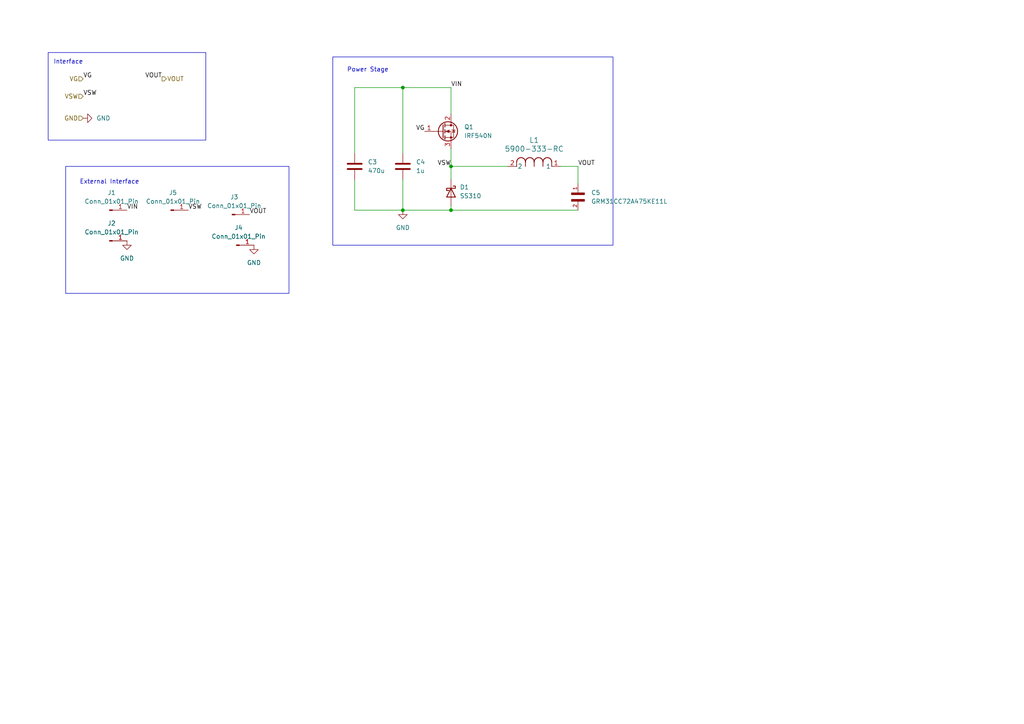
<source format=kicad_sch>
(kicad_sch (version 20231120) (generator "eeschema") (generator_version "8.0")
  (paper "A4")
  (title_block (title "Buck Converter") (date "2025-02-01") (rev "v0"))
  (lib_symbols
    (symbol "5900-333-RC:5900-333-RC" (pin_names (offset 0.254))
      (property "Reference" "L" (at 6.985 5.08 0))
      (property "Value" "5900-333-RC" (at 6.985 -2.54 0))
      (symbol "5900-333-RC_1_1"
        (polyline (pts (xy 2.54 0) (xy 2.54 1.27)) (stroke (width 0.2032)))
        (polyline (pts (xy 5.08 0) (xy 5.08 1.27)) (stroke (width 0.2032)))
        (polyline (pts (xy 7.62 0) (xy 7.62 1.27)) (stroke (width 0.2032)))
        (polyline (pts (xy 10.16 0) (xy 10.16 1.27)) (stroke (width 0.2032)))
        (polyline (pts (xy 12.7 0) (xy 12.7 1.27)) (stroke (width 0.2032)))
        (arc (start 5.08 1.27) (mid 3.81 2.5344) (end 2.54 1.27) (stroke (width 0.254)))
        (arc (start 7.62 1.27) (mid 6.35 2.5344) (end 5.08 1.27) (stroke (width 0.254)))
        (arc (start 10.16 1.27) (mid 8.89 2.5344) (end 7.62 1.27) (stroke (width 0.254)))
        (arc (start 12.7 1.27) (mid 11.43 2.5344) (end 10.16 1.27) (stroke (width 0.254)))
        (pin unspecified line (at 15.24 0 180) (length 2.54) (name "1") (number "1"))
        (pin unspecified line (at 0 0 0) (length 2.54) (name "2") (number "2"))
      )
      (symbol "5900-333-RC_1_2"
        (arc (start -1.27 5.08) (mid -2.5344 3.81) (end -1.27 2.54) (stroke (width 0.254)))
        (arc (start -1.27 7.62) (mid -2.5344 6.35) (end -1.27 5.08) (stroke (width 0.254)))
        (arc (start -1.27 10.16) (mid -2.5344 8.89) (end -1.27 7.62) (stroke (width 0.254)))
        (arc (start -1.27 12.7) (mid -2.5344 11.43) (end -1.27 10.16) (stroke (width 0.254)))
        (polyline (pts (xy 0 2.54) (xy -1.27 2.54)) (stroke (width 0.2032)))
        (polyline (pts (xy 0 5.08) (xy -1.27 5.08)) (stroke (width 0.2032)))
        (polyline (pts (xy 0 7.62) (xy -1.27 7.62)) (stroke (width 0.2032)))
        (polyline (pts (xy 0 10.16) (xy -1.27 10.16)) (stroke (width 0.2032)))
        (polyline (pts (xy 0 12.7) (xy -1.27 12.7)) (stroke (width 0.2032)))
        (pin unspecified line (at 0 15.24 270) (length 2.54) (name "1") (number "1"))
        (pin unspecified line (at 0 0 90) (length 2.54) (name "2") (number "2"))
      )
    )
    (symbol "Connector:Conn_01x01_Pin" (pin_names (offset 1.016) hide)
      (property "Reference" "J" (at 0 2.54 0))
      (property "Value" "Conn_01x01_Pin" (at 0 -2.54 0))
      (symbol "Conn_01x01_Pin_1_1"
        (polyline (pts (xy 1.27 0) (xy 0.8636 0)) (stroke (width 0.1524)))
        (rectangle (start 0.8636 0.127) (end 0 -0.127) (stroke (width 0.1524)) (fill (type outline)))
        (pin passive line (at 5.08 0 180) (length 3.81) (name "Pin_1") (number "1"))
      )
    )
    (symbol "Device:C" (pin_numbers hide) (pin_names (offset 0.254))
      (property "Reference" "C" (at 0.635 2.54 0))
      (property "Value" "C" (at 0.635 -2.54 0))
      (symbol "C_0_1"
        (polyline (pts (xy -2.032 -0.762) (xy 2.032 -0.762)) (stroke (width 0.508)))
        (polyline (pts (xy -2.032 0.762) (xy 2.032 0.762)) (stroke (width 0.508)))
      )
      (symbol "C_1_1"
        (pin passive line (at 0 3.81 270) (length 2.794) (name "~") (number "1"))
        (pin passive line (at 0 -3.81 90) (length 2.794) (name "~") (number "2"))
      )
    )
    (symbol "Diode:SS310" (pin_numbers hide) (pin_names (offset 1.016) hide)
      (property "Reference" "D" (at 0 2.54 0))
      (property "Value" "SS310" (at 0 -2.54 0))
      (symbol "SS310_0_1"
        (polyline (pts (xy 1.27 0) (xy -1.27 0)))
        (polyline (pts (xy 1.27 1.27) (xy 1.27 -1.27) (xy -1.27 0) (xy 1.27 1.27)) (stroke (width 0.254)))
        (polyline (pts (xy -1.905 0.635) (xy -1.905 1.27) (xy -1.27 1.27) (xy -1.27 -1.27) (xy -0.635 -1.27) (xy -0.635 -0.635)) (stroke (width 0.254)))
      )
      (symbol "SS310_1_1"
        (pin passive line (at -3.81 0 0) (length 2.54) (name "K") (number "1"))
        (pin passive line (at 3.81 0 180) (length 2.54) (name "A") (number "2"))
      )
    )
    (symbol "GRM31CC72A475KE11L:GRM31CC72A475KE11L" (pin_names (offset 1.016))
      (property "Reference" "C" (at 0 3.8109 0))
      (property "Value" "GRM31CC72A475KE11L" (at 0 -5.0885 0))
      (symbol "GRM31CC72A475KE11L_0_0"
        (rectangle (start 0 -1.9069) (end 0.635 1.905) (stroke (width 0.1)) (fill (type outline)))
        (rectangle (start 1.9069 -1.9069) (end 2.54 1.905) (stroke (width 0.1)) (fill (type outline)))
        (pin passive line (at -2.54 0 0) (length 2.54) (name "~") (number "1"))
        (pin passive line (at 5.08 0 180) (length 2.54) (name "~") (number "2"))
      )
    )
    (symbol "Transistor_FET:IRF540N" (pin_names hide)
      (property "Reference" "Q" (at 5.08 1.905 0))
      (property "Value" "IRF540N" (at 5.08 0 0))
      (symbol "IRF540N_0_1"
        (polyline (pts (xy 0.254 0) (xy -2.54 0)))
        (polyline (pts (xy 0.254 1.905) (xy 0.254 -1.905)) (stroke (width 0.254)))
        (polyline (pts (xy 0.762 -1.27) (xy 0.762 -2.286)) (stroke (width 0.254)))
        (polyline (pts (xy 0.762 0.508) (xy 0.762 -0.508)) (stroke (width 0.254)))
        (polyline (pts (xy 0.762 2.286) (xy 0.762 1.27)) (stroke (width 0.254)))
        (polyline (pts (xy 2.54 2.54) (xy 2.54 1.778)))
        (polyline (pts (xy 2.54 -2.54) (xy 2.54 0) (xy 0.762 0)))
        (polyline (pts (xy 0.762 -1.778) (xy 3.302 -1.778) (xy 3.302 1.778) (xy 0.762 1.778)))
        (polyline (pts (xy 1.016 0) (xy 2.032 0.381) (xy 2.032 -0.381) (xy 1.016 0)) (fill (type outline)))
        (polyline (pts (xy 2.794 0.508) (xy 2.921 0.381) (xy 3.683 0.381) (xy 3.81 0.254)))
        (polyline (pts (xy 3.302 0.381) (xy 2.921 -0.254) (xy 3.683 -0.254) (xy 3.302 0.381)))
        (circle (center 1.651 0) (radius 2.794) (stroke (width 0.254)))
        (circle (center 2.54 -1.778) (radius 0.254) (fill (type outline)))
        (circle (center 2.54 1.778) (radius 0.254) (fill (type outline)))
      )
      (symbol "IRF540N_1_1"
        (pin input line (at -5.08 0 0) (length 2.54) (name "G") (number "1"))
        (pin passive line (at 2.54 5.08 270) (length 2.54) (name "D") (number "2"))
        (pin passive line (at 2.54 -5.08 90) (length 2.54) (name "S") (number "3"))
      )
    )
    (symbol "power:GND" (power) (pin_numbers hide) (pin_names (offset 0) hide)
      (property "Value" "GND" (at 0 -3.81 0))
      (symbol "GND_0_1"
        (polyline (pts (xy 0 0) (xy 0 -1.27) (xy 1.27 -1.27) (xy 0 -2.54) (xy -1.27 -1.27) (xy 0 -1.27)))
      )
      (symbol "GND_1_1"
        (pin power_in line (at 0 0 270) (length 0) (name "~") (number "1"))
      )
    )
  )
  (junction (at 116.84 25.4))
  (junction (at 116.84 60.96))
  (junction (at 130.81 48.26))
  (junction (at 130.81 60.96))
  (wire (pts (xy 130.81 59.69) (xy 130.81 60.96)))
  (wire (pts (xy 130.81 60.96) (xy 167.64 60.96)))
  (wire (pts (xy 130.81 25.4) (xy 116.84 25.4)))
  (wire (pts (xy 116.84 25.4) (xy 102.87 25.4)))
  (wire (pts (xy 116.84 25.4) (xy 116.84 44.45)))
  (wire (pts (xy 162.56 48.26) (xy 167.64 48.26)))
  (wire (pts (xy 130.81 48.26) (xy 147.32 48.26)))
  (wire (pts (xy 130.81 25.4) (xy 130.81 33.02)))
  (wire (pts (xy 116.84 52.07) (xy 116.84 60.96)))
  (wire (pts (xy 130.81 43.18) (xy 130.81 48.26)))
  (wire (pts (xy 167.64 48.26) (xy 167.64 53.34)))
  (wire (pts (xy 102.87 60.96) (xy 116.84 60.96)))
  (wire (pts (xy 130.81 48.26) (xy 130.81 52.07)))
  (wire (pts (xy 102.87 25.4) (xy 102.87 44.45)))
  (wire (pts (xy 116.84 60.96) (xy 130.81 60.96)))
  (wire (pts (xy 102.87 52.07) (xy 102.87 60.96)))
  (rectangle (start 96.52 16.51) (end 177.8 71.12))
  (rectangle (start 13.97 15.24) (end 59.69 40.64))
  (rectangle (start 19.05 48.26) (end 83.82 85.09))
  (text "External Interface" (at 31.75 52.832 0) (effects (font (size 1.27 1.27))))
  (text "Power Stage" (at 106.68 20.32 0) (effects (font (size 1.27 1.27))))
  (text "Interface" (at 19.812 18.034 0) (effects (font (size 1.27 1.27))))
  (label "VIN" (at 130.81 25.4 0))
  (label "VG" (at 24.13 22.86 0))
  (label "VOUT" (at 72.39 62.23 0))
  (label "VSW" (at 24.13 27.94 0))
  (label "VOUT" (at 46.99 22.86 180))
  (label "VSW" (at 130.81 48.26 180))
  (label "VG" (at 123.19 38.1 180))
  (label "VIN" (at 36.83 60.96 0))
  (label "VOUT" (at 167.64 48.26 0))
  (label "VSW" (at 54.61 60.96 0))
  (hierarchical_label "VSW" (shape input) (at 24.13 27.94 180))
  (hierarchical_label "GND" (shape input) (at 24.13 34.29 180))
  (hierarchical_label "VG" (shape input) (at 24.13 22.86 180))
  (hierarchical_label "VOUT" (shape output) (at 46.99 22.86 0))
  (symbol (lib_id "power:GND") (at 36.83 69.85 0) (unit 1)
    (property "Reference" "#PWR038" (effects (hide yes)))
    (property "Value" "GND" (at 36.83 74.93 0))
    (property "Description" "Power symbol creates a global label with name \"GND\" , ground" (effects (hide yes)))
  )
  (symbol (lib_id "Diode:SS310") (at 130.81 55.88 270) (unit 1)
    (property "Reference" "D1" (at 133.35 54.2924 90) (effects (justify left)))
    (property "Value" "SS310" (at 133.35 56.8324 90) (effects (justify left)))
    (property "Footprint" "Diode_SMD:D_SMA" (effects (hide yes)))
    (property "Datasheet" "https://www.microdiode.com/uploadfiles//PDF/SS32-THRU-SS3200-SMA.pdf" (effects (hide yes)))
    (property "Description" "100V 3A Schottky Diode, SMA" (effects (hide yes)))
    (property "Part Number" "SS310" (effects (hide yes)))
  )
  (symbol (lib_id "Connector:Conn_01x01_Pin") (at 67.31 62.23 0) (unit 1)
    (property "Reference" "J3" (at 67.945 57.15 0))
    (property "Value" "Conn_01x01_Pin" (at 67.945 59.69 0))
    (property "Footprint" "Connector:Banana_Jack_1Pin" (effects (hide yes)))
    (property "Description" "Generic connector, single row, 01x01, script generated" (effects (hide yes)))
    (property "Part Number" "BU-P72930" (effects (hide yes)))
  )
  (symbol (lib_id "Connector:Conn_01x01_Pin") (at 31.75 60.96 0) (unit 1)
    (property "Reference" "J1" (at 32.385 55.88 0))
    (property "Value" "Conn_01x01_Pin" (at 32.385 58.42 0))
    (property "Footprint" "Connector:Banana_Jack_1Pin" (effects (hide yes)))
    (property "Description" "Generic connector, single row, 01x01, script generated" (effects (hide yes)))
    (property "Part Number" "BU-P72930" (effects (hide yes)))
  )
  (symbol (lib_id "power:GND") (at 24.13 34.29 90) (unit 1)
    (property "Reference" "#PWR037" (effects (hide yes)))
    (property "Value" "GND" (at 27.94 34.2899 90) (effects (justify right)))
    (property "Description" "Power symbol creates a global label with name \"GND\" , ground" (effects (hide yes)))
  )
  (symbol (lib_id "Transistor_FET:IRF540N") (at 128.27 38.1 0) (unit 1)
    (property "Reference" "Q1" (at 134.62 36.8299 0) (effects (justify left)))
    (property "Value" "IRF540N" (at 134.62 39.3699 0) (effects (justify left)))
    (property "Footprint" "Package_TO_SOT_THT:TO-220-3_Vertical" (effects (hide yes)))
    (property "Datasheet" "http://www.irf.com/product-info/datasheets/data/irf540n.pdf" (effects (hide yes)))
    (property "Description" "33A Id, 100V Vds, HEXFET N-Channel MOSFET, TO-220" (effects (hide yes)))
    (property "Part Number" "IRF540N" (effects (hide yes)))
  )
  (symbol (lib_id "GRM31CC72A475KE11L:GRM31CC72A475KE11L") (at 167.64 55.88 270) (unit 1)
    (property "Reference" "C5" (at 171.45 55.8799 90) (effects (justify left)))
    (property "Value" "GRM31CC72A475KE11L" (at 171.45 58.4199 90) (effects (justify left)))
    (property "Footprint" "GRM31CC72A475KE11L:CAPC3216X190N" (effects (hide yes)))
  )
  (symbol (lib_id "Connector:Conn_01x01_Pin") (at 31.75 69.85 0) (unit 1)
    (property "Reference" "J2" (at 32.385 64.77 0))
    (property "Value" "Conn_01x01_Pin" (at 32.385 67.31 0))
    (property "Footprint" "Connector:Banana_Jack_1Pin" (effects (hide yes)))
    (property "Description" "Generic connector, single row, 01x01, script generated" (effects (hide yes)))
    (property "Part Number" "BU-P72930" (effects (hide yes)))
  )
  (symbol (lib_id "Connector:Conn_01x01_Pin") (at 49.53 60.96 0) (unit 1)
    (property "Reference" "J5" (at 50.165 55.88 0))
    (property "Value" "Conn_01x01_Pin" (at 50.165 58.42 0))
    (property "Footprint" "Connector:Banana_Jack_1Pin" (effects (hide yes)))
    (property "Description" "Generic connector, single row, 01x01, script generated" (effects (hide yes)))
    (property "Part Number" "BU-P72930" (effects (hide yes)))
  )
  (symbol (lib_id "power:GND") (at 73.66 71.12 0) (unit 1)
    (property "Reference" "#PWR039" (effects (hide yes)))
    (property "Value" "GND" (at 73.66 76.2 0))
    (property "Description" "Power symbol creates a global label with name \"GND\" , ground" (effects (hide yes)))
  )
  (symbol (lib_id "Connector:Conn_01x01_Pin") (at 68.58 71.12 0) (unit 1)
    (property "Reference" "J4" (at 69.215 66.04 0))
    (property "Value" "Conn_01x01_Pin" (at 69.215 68.58 0))
    (property "Footprint" "Connector:Banana_Jack_1Pin" (effects (hide yes)))
    (property "Description" "Generic connector, single row, 01x01, script generated" (effects (hide yes)))
    (property "Part Number" "BU-P72930" (effects (hide yes)))
  )
  (symbol (lib_id "power:GND") (at 116.84 60.96 0) (unit 1)
    (property "Reference" "#PWR055" (effects (hide yes)))
    (property "Value" "GND" (at 116.84 66.04 0))
    (property "Description" "Power symbol creates a global label with name \"GND\" , ground" (effects (hide yes)))
  )
  (symbol (lib_id "Device:C") (at 116.84 48.26 0) (unit 1)
    (property "Reference" "C4" (at 120.65 46.9899 0) (effects (justify left)))
    (property "Value" "1u" (at 120.65 49.5299 0) (effects (justify left)))
    (property "Footprint" "Capacitor_SMD:C_0805_2012Metric_Pad1.18x1.45mm_HandSolder" (effects (hide yes)))
    (property "Description" "Unpolarized capacitor" (effects (hide yes)))
    (property "Part Number" "GRM21BC72A105KE01L" (effects (hide yes)))
  )
  (symbol (lib_id "Device:C") (at 102.87 48.26 0) (unit 1)
    (property "Reference" "C3" (at 106.68 46.9899 0) (effects (justify left)))
    (property "Value" "470u" (at 106.68 49.5299 0) (effects (justify left)))
    (property "Footprint" "Capacitor_THT:CP_Radial_D18.0mm_P7.50mm" (effects (hide yes)))
    (property "Description" "Electrolythic Capacitor" (effects (hide yes)))
    (property "Part Number" "100ZLH470MEFC16X31.5" (effects (hide yes)))
  )
  (symbol (lib_id "5900-333-RC:5900-333-RC") (at 147.32 48.26 0) (unit 1)
    (property "Reference" "L1" (at 154.94 40.64 0) (effects (font (size 1.524 1.524))))
    (property "Value" "5900-333-RC" (at 154.94 43.18 0) (effects (font (size 1.524 1.524))))
    (property "Footprint" "IND_BOURNS_5900" (effects (hide yes)))
    (property "Datasheet" "5900-333-RC" (effects (hide yes)))
  )
)
</source>
